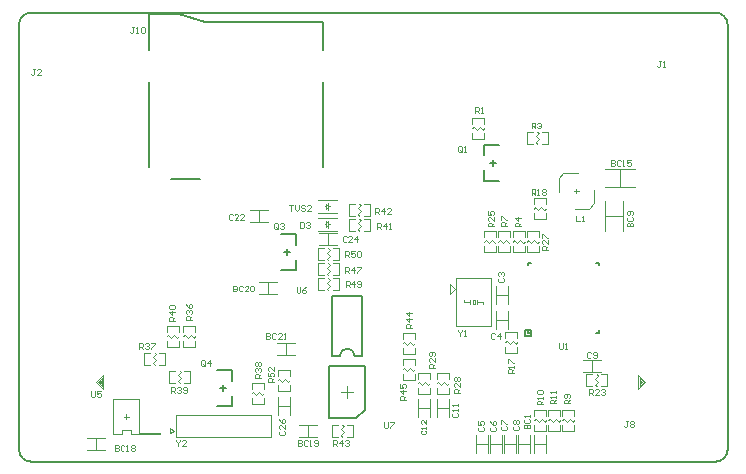
<source format=gto>
%FSLAX44Y44*%
%MOMM*%
G71*
G01*
G75*
%ADD10R,0.5000X0.6000*%
%ADD11R,1.0668X0.8128*%
%ADD12R,0.6000X0.5000*%
%ADD13R,0.8000X1.6000*%
%ADD14O,2.0320X0.6096*%
%ADD15R,2.0320X0.6096*%
%ADD16O,2.0000X0.3500*%
%ADD17R,1.5000X0.4000*%
G04:AMPARAMS|DCode=18|XSize=0.22mm|YSize=0.8mm|CornerRadius=0mm|HoleSize=0mm|Usage=FLASHONLY|Rotation=90.000|XOffset=0mm|YOffset=0mm|HoleType=Round|Shape=RoundedRectangle|*
%AMROUNDEDRECTD18*
21,1,0.2200,0.8000,0,0,90.0*
21,1,0.2200,0.8000,0,0,90.0*
1,1,0.0000,0.4000,0.1100*
1,1,0.0000,0.4000,-0.1100*
1,1,0.0000,-0.4000,-0.1100*
1,1,0.0000,-0.4000,0.1100*
%
%ADD18ROUNDEDRECTD18*%
G04:AMPARAMS|DCode=19|XSize=0.22mm|YSize=0.8mm|CornerRadius=0mm|HoleSize=0mm|Usage=FLASHONLY|Rotation=0.000|XOffset=0mm|YOffset=0mm|HoleType=Round|Shape=RoundedRectangle|*
%AMROUNDEDRECTD19*
21,1,0.2200,0.8000,0,0,0.0*
21,1,0.2200,0.8000,0,0,0.0*
1,1,0.0000,0.1100,-0.4000*
1,1,0.0000,-0.1100,-0.4000*
1,1,0.0000,-0.1100,0.4000*
1,1,0.0000,0.1100,0.4000*
%
%ADD19ROUNDEDRECTD19*%
%ADD20R,4.3000X4.3000*%
%ADD21R,1.4000X0.6000*%
%ADD22R,1.8000X0.2500*%
%ADD23R,1.2000X2.2000*%
%ADD24R,1.6000X1.4000*%
%ADD25R,1.1000X1.4000*%
%ADD26R,0.7000X1.6000*%
%ADD27R,0.6000X0.7000*%
%ADD28R,1.2000X1.4000*%
%ADD29P,1.8385X4X90.0*%
%ADD30R,0.8890X1.0160*%
%ADD31R,1.0160X0.8890*%
%ADD32C,0.4000*%
%ADD33C,0.2000*%
%ADD34C,0.3000*%
%ADD35C,0.2540*%
%ADD36C,0.1270*%
%ADD37C,0.5000*%
%ADD38C,0.6000*%
%ADD39C,0.5000*%
%ADD40C,0.3000*%
G04:AMPARAMS|DCode=41|XSize=4mm|YSize=4mm|CornerRadius=2mm|HoleSize=0mm|Usage=FLASHONLY|Rotation=0.000|XOffset=0mm|YOffset=0mm|HoleType=Round|Shape=RoundedRectangle|*
%AMROUNDEDRECTD41*
21,1,4.0000,0.0000,0,0,0.0*
21,1,0.0000,4.0000,0,0,0.0*
1,1,4.0000,0.0000,0.0000*
1,1,4.0000,0.0000,0.0000*
1,1,4.0000,0.0000,0.0000*
1,1,4.0000,0.0000,0.0000*
%
%ADD41ROUNDEDRECTD41*%
%ADD42R,1.5240X1.5240*%
%ADD43C,1.5240*%
%ADD44C,0.8000*%
%ADD45R,0.8128X1.0668*%
%ADD46P,1.8385X4X180.0*%
%ADD47R,1.3970X1.3970*%
%ADD48R,2.1000X0.8000*%
%ADD49R,3.0000X2.1000*%
%ADD50R,1.6000X1.2000*%
%ADD51R,1.2000X1.8000*%
%ADD52R,1.0000X1.6000*%
%ADD53R,0.7500X0.2000*%
%ADD54R,0.2000X0.7500*%
%ADD55C,0.8000*%
%ADD56R,0.4064X0.5500*%
%ADD57R,0.3048X0.5500*%
%ADD58R,0.8128X0.8128*%
%ADD59R,1.6000X2.2000*%
G04:AMPARAMS|DCode=60|XSize=2mm|YSize=2mm|CornerRadius=0mm|HoleSize=0mm|Usage=FLASHONLY|Rotation=180.000|XOffset=0mm|YOffset=0mm|HoleType=Round|Shape=RoundedRectangle|*
%AMROUNDEDRECTD60*
21,1,2.0000,2.0000,0,0,180.0*
21,1,2.0000,2.0000,0,0,180.0*
1,1,0.0000,-1.0000,1.0000*
1,1,0.0000,1.0000,1.0000*
1,1,0.0000,1.0000,-1.0000*
1,1,0.0000,-1.0000,-1.0000*
%
%ADD60ROUNDEDRECTD60*%
%ADD61R,0.8128X0.8128*%
%ADD62R,2.4130X2.1844*%
%ADD63R,1.1000X0.3000*%
%ADD64R,2.1500X6.3000*%
%ADD65R,1.2000X2.0000*%
%ADD66R,0.7000X0.6000*%
%ADD67R,0.8000X2.1000*%
%ADD68R,2.1000X3.0000*%
%ADD69R,1.1000X0.5000*%
%ADD70R,0.7600X1.5200*%
%ADD71C,0.1999*%
%ADD72C,0.1250*%
%ADD73C,0.2032*%
%ADD74C,0.1000*%
%ADD75C,0.1200*%
D33*
X-290000Y190000D02*
G03*
X-300000Y180000I0J-10000D01*
G01*
Y-180000D02*
G03*
X-290000Y-190000I10000J0D01*
G01*
X299941Y180000D02*
G03*
X289941Y190000I-10000J0D01*
G01*
Y-190000D02*
G03*
X299941Y-180000I0J10000D01*
G01*
X-37319Y-108750D02*
X-7319D01*
X-37319Y-153250D02*
Y-108750D01*
X-7319Y-146036D02*
Y-108750D01*
X-14533Y-153250D02*
X-7319Y-146036D01*
X-37319Y-153250D02*
X-14533D01*
X128428Y-83744D02*
X133178D01*
X128428D02*
Y-78994D01*
X130678Y-81495D02*
Y-78994D01*
Y-21495D02*
X133178D01*
X130678Y-23995D02*
Y-21495D01*
X188178D02*
X190678D01*
Y-23995D02*
Y-21495D01*
Y-81495D02*
Y-78994D01*
X188178Y-81495D02*
X190678D01*
X130678D02*
X133178D01*
Y-83744D02*
Y-78994D01*
X128428D02*
X133178D01*
X-290000Y190000D02*
X289941Y190000D01*
X300000Y-180000D02*
Y180000D01*
X-290000Y-190000D02*
X289941Y-190000D01*
X-300000Y-180000D02*
Y180000D01*
D36*
X-146883Y48951D02*
Y49471D01*
X-171353D02*
X-146883D01*
X-171353Y48951D02*
Y49471D01*
Y48951D02*
X-146883D01*
X-189629Y59448D02*
Y131448D01*
Y158448D02*
Y189188D01*
X-164629D01*
X-142629Y182188D01*
X-42629D01*
Y158448D02*
Y182188D01*
Y59448D02*
Y131448D01*
D71*
X-15790Y-100740D02*
G03*
X-28490Y-100740I-6350J0D01*
G01*
X-9440D02*
Y-49941D01*
X-34840D02*
X-9440D01*
X-34840Y-100740D02*
Y-49941D01*
Y-100740D02*
X-28490D01*
X-15790D02*
X-9440D01*
D72*
X-38000Y-22106D02*
X-36730Y-23377D01*
X-39270Y-25917D02*
X-36730Y-23377D01*
X-39270Y-25917D02*
X-36730Y-28456D01*
X-39270Y-30996D02*
X-36730Y-28456D01*
X-39270Y-30996D02*
X-38000Y-32266D01*
X-46890Y-22106D02*
X-41810D01*
X-46890Y-32266D02*
Y-22106D01*
Y-32266D02*
X-41810D01*
X-34190Y-22106D02*
X-29110D01*
Y-32266D02*
Y-22106D01*
X-34190Y-32266D02*
X-29110D01*
X144810Y22730D02*
X146080Y24000D01*
X142270Y25270D02*
X144810Y22730D01*
X139730D02*
X142270Y25270D01*
X137190D02*
X139730Y22730D01*
X135920Y24000D02*
X137190Y25270D01*
X146080Y27810D02*
Y32890D01*
X135920D02*
X146080D01*
X135920Y27810D02*
Y32890D01*
X146080Y15110D02*
Y20190D01*
X135920Y15110D02*
X146080D01*
X135920D02*
Y20190D01*
X102810Y-5270D02*
X104080Y-4000D01*
X100270Y-2730D02*
X102810Y-5270D01*
X97730D02*
X100270Y-2730D01*
X95190D02*
X97730Y-5270D01*
X93920Y-4000D02*
X95190Y-2730D01*
X104080Y-190D02*
Y4890D01*
X93920D02*
X104080D01*
X93920Y-190D02*
Y4890D01*
X104080Y-12890D02*
Y-7810D01*
X93920Y-12890D02*
X104080D01*
X93920D02*
Y-7810D01*
X187730Y-124810D02*
X189000Y-126080D01*
X187730Y-124810D02*
X190270Y-122270D01*
X187730Y-119730D02*
X190270Y-122270D01*
X187730Y-119730D02*
X190270Y-117190D01*
X189000Y-115920D02*
X190270Y-117190D01*
X192810Y-126080D02*
X197890D01*
Y-115920D01*
X192810D02*
X197890D01*
X180110Y-126080D02*
X185190D01*
X180110D02*
Y-115920D01*
X185190D01*
X47810Y-144770D02*
Y-137150D01*
X37650Y-144770D02*
X47810D01*
X37650D02*
Y-137150D01*
X47810Y-152390D02*
Y-144770D01*
X37650D02*
X47810D01*
X37650Y-152390D02*
Y-144770D01*
X24902Y-112015D02*
X26172Y-110745D01*
X28712Y-113285D01*
X31252Y-110745D01*
X33792Y-113285D01*
X35062Y-112015D01*
X24902Y-120905D02*
Y-115825D01*
Y-120905D02*
X35062D01*
Y-115825D01*
X24902Y-108205D02*
Y-103125D01*
X35062D01*
Y-108205D02*
Y-103125D01*
X-27711Y-167810D02*
X-26441Y-169080D01*
X-27711Y-167810D02*
X-25171Y-165270D01*
X-27711Y-162730D02*
X-25171Y-165270D01*
X-27711Y-162730D02*
X-25171Y-160190D01*
X-26441Y-158920D02*
X-25171Y-160190D01*
X-22631Y-169080D02*
X-17551D01*
Y-158920D01*
X-22631D02*
X-17551D01*
X-35331Y-169080D02*
X-30251D01*
X-35331D02*
Y-158920D01*
X-30251D01*
X-175080Y-84000D02*
X-173810Y-82730D01*
X-171270Y-85270D01*
X-168730Y-82730D01*
X-166190Y-85270D01*
X-164920Y-84000D01*
X-175080Y-92890D02*
Y-87810D01*
Y-92890D02*
X-164920D01*
Y-87810D01*
X-175080Y-80190D02*
Y-75110D01*
X-164920D01*
Y-80190D02*
Y-75110D01*
X-185000Y-97920D02*
X-183730Y-99190D01*
X-186270Y-101730D02*
X-183730Y-99190D01*
X-186270Y-101730D02*
X-183730Y-104270D01*
X-186270Y-106810D02*
X-183730Y-104270D01*
X-186270Y-106810D02*
X-185000Y-108080D01*
X-193890Y-97920D02*
X-188810D01*
X-193890Y-108080D02*
Y-97920D01*
Y-108080D02*
X-188810D01*
X-181190Y-97920D02*
X-176110D01*
Y-108080D02*
Y-97920D01*
X-181190Y-108080D02*
X-176110D01*
X-163911Y-113331D02*
X-162642Y-114601D01*
X-165182Y-117142D02*
X-162642Y-114601D01*
X-165182Y-117142D02*
X-162642Y-119682D01*
X-165182Y-122221D02*
X-162642Y-119682D01*
X-165182Y-122221D02*
X-163911Y-123491D01*
X-172801Y-113331D02*
X-167722D01*
X-172801Y-123491D02*
Y-113331D01*
Y-123491D02*
X-167722D01*
X-160102Y-113331D02*
X-155021D01*
Y-123491D02*
Y-113331D01*
X-160102Y-123491D02*
X-155021D01*
X-172000Y-166000D02*
X-169000Y-164000D01*
X-172000Y-166000D02*
Y-162000D01*
X-169000Y-164000D01*
X-167000Y-169000D02*
Y-151000D01*
Y-169000D02*
X-87000D01*
Y-151000D01*
X-167000D02*
X-87000D01*
X-81811Y-89311D02*
X-74191D01*
Y-99471D02*
Y-89311D01*
X-81811Y-99471D02*
X-74191D01*
Y-89311D02*
X-66571D01*
X-74191Y-99471D02*
Y-89311D01*
Y-99471D02*
X-66571D01*
X136190Y-182620D02*
Y-175000D01*
X146350D01*
Y-182620D02*
Y-175000D01*
X136190D02*
Y-167380D01*
Y-175000D02*
X146350D01*
Y-167380D01*
X-242620Y-169920D02*
X-235000D01*
Y-180080D02*
Y-169920D01*
X-242620Y-180080D02*
X-235000D01*
Y-169920D02*
X-227380D01*
X-235000Y-180080D02*
Y-169920D01*
Y-180080D02*
X-227380D01*
X-62620Y-158920D02*
X-55000D01*
Y-169080D02*
Y-158920D01*
X-62620Y-169080D02*
X-55000D01*
Y-158920D02*
X-47380D01*
X-55000Y-169080D02*
Y-158920D01*
Y-169080D02*
X-47380D01*
X-89000Y-48080D02*
X-81380D01*
X-89000D02*
Y-37920D01*
X-81380D01*
X-96620Y-48080D02*
X-89000D01*
Y-37920D01*
X-96620D02*
X-89000D01*
X-96500Y12920D02*
X-88880D01*
X-96500D02*
Y23080D01*
X-88880D01*
X-104120Y12920D02*
X-96500D01*
Y23080D01*
X-104120D02*
X-96500D01*
X-38000Y-7080D02*
X-30380D01*
X-38000D02*
Y3080D01*
X-30380D01*
X-45620Y-7080D02*
X-38000D01*
Y3080D01*
X-45620D02*
X-38000D01*
X-81080Y-150620D02*
Y-143000D01*
X-70920D01*
Y-150620D02*
Y-143000D01*
X-81080D02*
Y-135380D01*
Y-143000D02*
X-70920D01*
Y-135380D01*
X83920Y92000D02*
X85190Y93270D01*
X87730Y90730D01*
X90270Y93270D01*
X92810Y90730D01*
X94080Y92000D01*
X83920Y83110D02*
Y88190D01*
Y83110D02*
X94080D01*
Y88190D01*
X83920Y95810D02*
Y100890D01*
X94080D01*
Y95810D02*
Y100890D01*
X139000Y89080D02*
X140270Y87810D01*
X137730Y85270D02*
X140270Y87810D01*
X137730Y85270D02*
X140270Y82730D01*
X137730Y80190D02*
X140270Y82730D01*
X137730Y80190D02*
X139000Y78920D01*
X130110Y89080D02*
X135190D01*
X130110Y78920D02*
Y89080D01*
Y78920D02*
X135190D01*
X142810Y89080D02*
X147890D01*
Y78920D02*
Y89080D01*
X142810Y78920D02*
X147890D01*
X117920Y-12890D02*
Y-7810D01*
Y-12890D02*
X128080D01*
Y-7810D01*
X117920Y-190D02*
Y4890D01*
X128080D01*
Y-190D02*
Y4890D01*
X117920Y-4000D02*
X119190Y-2730D01*
X121730Y-5270D01*
X124270Y-2730D01*
X126810Y-5270D01*
X128080Y-4000D01*
X169080Y-156500D02*
X170350Y-155230D01*
X166540Y-153960D02*
X169080Y-156500D01*
X164000D02*
X166540Y-153960D01*
X161460D02*
X164000Y-156500D01*
X160190Y-155230D02*
X161460Y-153960D01*
X170350Y-151420D02*
Y-146340D01*
X160190D02*
X170350D01*
X160190Y-151420D02*
Y-146340D01*
X170350Y-164120D02*
Y-159040D01*
X160190Y-164120D02*
X170350D01*
X160190D02*
Y-159040D01*
X145080Y-156500D02*
X146350Y-155230D01*
X142540Y-153960D02*
X145080Y-156500D01*
X140000D02*
X142540Y-153960D01*
X137460D02*
X140000Y-156500D01*
X136190Y-155230D02*
X137460Y-153960D01*
X146350Y-151420D02*
Y-146340D01*
X136190D02*
X146350D01*
X136190Y-151420D02*
Y-146340D01*
X146350Y-164120D02*
Y-159040D01*
X136190Y-164120D02*
X146350D01*
X136190D02*
Y-159040D01*
X-39270Y-18500D02*
X-38000Y-19770D01*
X-39270Y-18500D02*
X-36730Y-15960D01*
X-39270Y-13420D02*
X-36730Y-15960D01*
X-39270Y-13420D02*
X-36730Y-10880D01*
X-38000Y-9610D02*
X-36730Y-10880D01*
X-34190Y-19770D02*
X-29110D01*
Y-9610D01*
X-34190D02*
X-29110D01*
X-46890Y-19770D02*
X-41810D01*
X-46890D02*
Y-9610D01*
X-41810D01*
X-70920Y-117190D02*
Y-112110D01*
X-81080D02*
X-70920D01*
X-81080Y-117190D02*
Y-112110D01*
X-70920Y-129890D02*
Y-124810D01*
X-81080Y-129890D02*
X-70920D01*
X-81080D02*
Y-124810D01*
X-72190Y-122270D02*
X-70920Y-121000D01*
X-74730Y-119730D02*
X-72190Y-122270D01*
X-77270D02*
X-74730Y-119730D01*
X-79810D02*
X-77270Y-122270D01*
X-81080Y-121000D02*
X-79810Y-119730D01*
X-40000Y23730D02*
Y28270D01*
Y23730D02*
X-37730Y26000D01*
X-40000Y28270D02*
X-37730Y26000D01*
X-47000Y20500D02*
X-31000D01*
X-47000Y31500D02*
X-31000D01*
X-38000Y23000D02*
Y29000D01*
Y25967D02*
X-37000D01*
X-41000Y26000D02*
X-40000D01*
X97080Y-175000D02*
Y-167380D01*
X86920Y-175000D02*
X97080D01*
X86920D02*
Y-167380D01*
X97080Y-182620D02*
Y-175000D01*
X86920D02*
X97080D01*
X86920Y-182620D02*
Y-175000D01*
X98920Y-182620D02*
Y-175000D01*
X109080D01*
Y-182620D02*
Y-175000D01*
X98920D02*
Y-167380D01*
Y-175000D02*
X109080D01*
Y-167380D01*
X121080Y-175000D02*
Y-167380D01*
X110920Y-175000D02*
X121080D01*
X110920D02*
Y-167380D01*
X121080Y-182620D02*
Y-175000D01*
X110920D02*
X121080D01*
X110920Y-182620D02*
Y-175000D01*
X122920Y-182620D02*
Y-175000D01*
X133080D01*
Y-182620D02*
Y-175000D01*
X122920D02*
Y-167380D01*
Y-175000D02*
X133080D01*
Y-167380D01*
X156810Y-156500D02*
X158080Y-155230D01*
X154270Y-153960D02*
X156810Y-156500D01*
X151730D02*
X154270Y-153960D01*
X149190D02*
X151730Y-156500D01*
X147920Y-155230D02*
X149190Y-153960D01*
X158080Y-151420D02*
Y-146340D01*
X147920D02*
X158080D01*
X147920Y-151420D02*
Y-146340D01*
X158080Y-164120D02*
Y-159040D01*
X147920Y-164120D02*
X158080D01*
X147920D02*
Y-159040D01*
X105920Y-12890D02*
Y-7810D01*
Y-12890D02*
X116080D01*
Y-7810D01*
X105920Y-190D02*
Y4890D01*
X116080D01*
Y-190D02*
Y4890D01*
X105920Y-4000D02*
X107190Y-2730D01*
X109730Y-5270D01*
X112270Y-2730D01*
X114810Y-5270D01*
X116080Y-4000D01*
X129920D02*
X131190Y-2730D01*
X133730Y-5270D01*
X136270Y-2730D01*
X138810Y-5270D01*
X140080Y-4000D01*
X129920Y-12890D02*
Y-7810D01*
Y-12890D02*
X140080D01*
Y-7810D01*
X129920Y-190D02*
Y4890D01*
X140080D01*
Y-190D02*
Y4890D01*
X209000Y42380D02*
Y57620D01*
X196300D02*
X221700D01*
X196300Y42380D02*
X221700D01*
X196190Y18270D02*
X211430D01*
X196190Y5570D02*
Y30970D01*
X211430Y5570D02*
Y30970D01*
X177880Y-103920D02*
X185500D01*
Y-114080D02*
Y-103920D01*
X177880Y-114080D02*
X185500D01*
Y-103920D02*
X193120D01*
X185500Y-114080D02*
Y-103920D01*
Y-114080D02*
X193120D01*
X111920Y-89000D02*
X113190Y-87730D01*
X115730Y-90270D01*
X118270Y-87730D01*
X120810Y-90270D01*
X122080Y-89000D01*
X111920Y-97890D02*
Y-92810D01*
Y-97890D02*
X122080D01*
Y-92810D01*
X111920Y-85190D02*
Y-80110D01*
X122080D01*
Y-85190D02*
Y-80110D01*
X114080Y-49000D02*
Y-41380D01*
X103920Y-49000D02*
X114080D01*
X103920D02*
Y-41380D01*
X114080Y-56620D02*
Y-49000D01*
X103920D02*
X114080D01*
X103920Y-56620D02*
Y-49000D01*
Y-77620D02*
Y-70000D01*
X114080D01*
Y-77620D02*
Y-70000D01*
X103920D02*
Y-62380D01*
Y-70000D02*
X114080D01*
Y-62380D01*
X37650Y-123770D02*
X38920Y-122500D01*
X41460Y-125040D01*
X44000Y-122500D01*
X46540Y-125040D01*
X47810Y-123770D01*
X37650Y-132660D02*
Y-127580D01*
Y-132660D02*
X47810D01*
Y-127580D01*
X37650Y-119960D02*
Y-114880D01*
X47810D01*
Y-119960D02*
Y-114880D01*
X53650Y-123770D02*
X54920Y-122500D01*
X57460Y-125040D01*
X60000Y-122500D01*
X62540Y-125040D01*
X63810Y-123770D01*
X53650Y-132660D02*
Y-127580D01*
Y-132660D02*
X63810D01*
Y-127580D01*
X53650Y-119960D02*
Y-114880D01*
X63810D01*
Y-119960D02*
Y-114880D01*
Y-144770D02*
Y-137150D01*
X53650Y-144770D02*
X63810D01*
X53650D02*
Y-137150D01*
X63810Y-152390D02*
Y-144770D01*
X53650D02*
X63810D01*
X53650Y-152390D02*
Y-144770D01*
X35080Y-86190D02*
Y-81110D01*
X24920D02*
X35080D01*
X24920Y-86190D02*
Y-81110D01*
X35080Y-98890D02*
Y-93810D01*
X24920Y-98890D02*
X35080D01*
X24920D02*
Y-93810D01*
X33810Y-91270D02*
X35080Y-90000D01*
X31270Y-88730D02*
X33810Y-91270D01*
X28730D02*
X31270Y-88730D01*
X26190D02*
X28730Y-91270D01*
X24920Y-90000D02*
X26190Y-88730D01*
X-103080Y-132000D02*
X-101810Y-130730D01*
X-99270Y-133270D01*
X-96730Y-130730D01*
X-94190Y-133270D01*
X-92920Y-132000D01*
X-103080Y-140890D02*
Y-135810D01*
Y-140890D02*
X-92920D01*
Y-135810D01*
X-103080Y-128190D02*
Y-123110D01*
X-92920D01*
Y-128190D02*
Y-123110D01*
X-152190Y-85270D02*
X-150920Y-84000D01*
X-154730Y-82730D02*
X-152190Y-85270D01*
X-157270D02*
X-154730Y-82730D01*
X-159810D02*
X-157270Y-85270D01*
X-161080Y-84000D02*
X-159810Y-82730D01*
X-150920Y-80190D02*
Y-75110D01*
X-161080D02*
X-150920D01*
X-161080Y-80190D02*
Y-75110D01*
X-150920Y-92890D02*
Y-87810D01*
X-161080Y-92890D02*
X-150920D01*
X-161080D02*
Y-87810D01*
X-34190Y-45080D02*
X-29110D01*
Y-34920D01*
X-34190D02*
X-29110D01*
X-46890Y-45080D02*
X-41810D01*
X-46890D02*
Y-34920D01*
X-41810D01*
X-39270Y-43810D02*
X-38000Y-45080D01*
X-39270Y-43810D02*
X-36730Y-41270D01*
X-39270Y-38730D02*
X-36730Y-41270D01*
X-39270Y-38730D02*
X-36730Y-36190D01*
X-38000Y-34920D02*
X-36730Y-36190D01*
X-20713Y15590D02*
X-15633D01*
X-20713Y5430D02*
Y15590D01*
Y5430D02*
X-15633D01*
X-8013Y15590D02*
X-2933D01*
Y5430D02*
Y15590D01*
X-8013Y5430D02*
X-2933D01*
X-11823Y15590D02*
X-10553Y14320D01*
X-13093Y11780D02*
X-10553Y14320D01*
X-13093Y11780D02*
X-10553Y9240D01*
X-13093Y6700D02*
X-10553Y9240D01*
X-13093Y6700D02*
X-11823Y5430D01*
X-13093Y19200D02*
X-11823Y17930D01*
X-13093Y19200D02*
X-10553Y21740D01*
X-13093Y24280D02*
X-10553Y21740D01*
X-13093Y24280D02*
X-10553Y26820D01*
X-11823Y28090D02*
X-10553Y26820D01*
X-8013Y17930D02*
X-2933D01*
Y28090D01*
X-8013D02*
X-2933D01*
X-20713Y17930D02*
X-15633D01*
X-20713D02*
Y28090D01*
X-15633D01*
X-41000Y11000D02*
X-40000D01*
X-38000Y10967D02*
X-37000D01*
X-38000Y8000D02*
Y14000D01*
X-47000Y16500D02*
X-31000D01*
X-47000Y5500D02*
X-31000D01*
X-40000Y13270D02*
X-37730Y11000D01*
X-40000Y8730D02*
X-37730Y11000D01*
X-40000Y8730D02*
Y13270D01*
D73*
X-73076Y-15451D02*
Y-10447D01*
X-65456Y-6599D02*
Y2291D01*
Y-28189D02*
Y-19299D01*
X-75578Y-12949D02*
X-70574D01*
X-78156Y2291D02*
X-65456D01*
X-78156Y-28189D02*
X-65456D01*
X-127076Y-130451D02*
Y-125447D01*
X-119456Y-121599D02*
Y-112709D01*
Y-143189D02*
Y-134299D01*
X-129578Y-127949D02*
X-124574D01*
X-132156Y-112709D02*
X-119456D01*
X-132156Y-143189D02*
X-119456D01*
X93376Y78189D02*
X106076D01*
X93376Y47709D02*
X106076D01*
X98494Y62949D02*
X103498D01*
X93376Y69299D02*
Y78189D01*
Y47709D02*
Y56599D01*
X100996Y60447D02*
Y65451D01*
D74*
X-22318Y-136000D02*
Y-126000D01*
X-27319Y-131000D02*
X-17319D01*
X8784Y-156218D02*
Y-160383D01*
X9617Y-161216D01*
X11283D01*
X12116Y-160383D01*
Y-156218D01*
X13782D02*
X17114D01*
Y-157051D01*
X13782Y-160383D01*
Y-161216D01*
X-65000Y-42002D02*
Y-46167D01*
X-64167Y-47000D01*
X-62501D01*
X-61668Y-46167D01*
Y-42002D01*
X-56669D02*
X-58335Y-42835D01*
X-60002Y-44501D01*
Y-46167D01*
X-59169Y-47000D01*
X-57502D01*
X-56669Y-46167D01*
Y-45334D01*
X-57502Y-44501D01*
X-60002D01*
X-239000Y-130002D02*
Y-134167D01*
X-238167Y-135000D01*
X-236501D01*
X-235668Y-134167D01*
Y-130002D01*
X-230669D02*
X-234002D01*
Y-132501D01*
X-232335Y-131668D01*
X-231502D01*
X-230669Y-132501D01*
Y-134167D01*
X-231502Y-135000D01*
X-233169D01*
X-234002Y-134167D01*
X-23641Y-30023D02*
Y-25025D01*
X-21142D01*
X-20309Y-25858D01*
Y-27524D01*
X-21142Y-28357D01*
X-23641D01*
X-21975D02*
X-20309Y-30023D01*
X-16144D02*
Y-25025D01*
X-18643Y-27524D01*
X-15311D01*
X-13645Y-25025D02*
X-10312D01*
Y-25858D01*
X-13645Y-29190D01*
Y-30023D01*
X28000Y-138000D02*
X23002D01*
Y-135501D01*
X23835Y-134668D01*
X25501D01*
X26334Y-135501D01*
Y-138000D01*
Y-136334D02*
X28000Y-134668D01*
Y-130503D02*
X23002D01*
X25501Y-133002D01*
Y-129669D01*
X23002Y-124671D02*
Y-128003D01*
X25501D01*
X24668Y-126337D01*
Y-125504D01*
X25501Y-124671D01*
X27167D01*
X28000Y-125504D01*
Y-127170D01*
X27167Y-128003D01*
X-34000Y-177000D02*
Y-172002D01*
X-31501D01*
X-30668Y-172835D01*
Y-174501D01*
X-31501Y-175334D01*
X-34000D01*
X-32334D02*
X-30668Y-177000D01*
X-26502D02*
Y-172002D01*
X-29002Y-174501D01*
X-25669D01*
X-24003Y-172835D02*
X-23170Y-172002D01*
X-21504D01*
X-20671Y-172835D01*
Y-173668D01*
X-21504Y-174501D01*
X-22337D01*
X-21504D01*
X-20671Y-175334D01*
Y-176167D01*
X-21504Y-177000D01*
X-23170D01*
X-24003Y-176167D01*
X-167920Y-71060D02*
X-172918D01*
Y-68561D01*
X-172085Y-67728D01*
X-170419D01*
X-169586Y-68561D01*
Y-71060D01*
Y-69394D02*
X-167920Y-67728D01*
Y-63562D02*
X-172918D01*
X-170419Y-66062D01*
Y-62729D01*
X-172085Y-61063D02*
X-172918Y-60230D01*
Y-58564D01*
X-172085Y-57731D01*
X-168753D01*
X-167920Y-58564D01*
Y-60230D01*
X-168753Y-61063D01*
X-172085D01*
X-171000Y-132000D02*
Y-127002D01*
X-168501D01*
X-167668Y-127835D01*
Y-129501D01*
X-168501Y-130334D01*
X-171000D01*
X-169334D02*
X-167668Y-132000D01*
X-166002Y-127835D02*
X-165169Y-127002D01*
X-163502D01*
X-162669Y-127835D01*
Y-128668D01*
X-163502Y-129501D01*
X-164335D01*
X-163502D01*
X-162669Y-130334D01*
Y-131167D01*
X-163502Y-132000D01*
X-165169D01*
X-166002Y-131167D01*
X-161003D02*
X-160170Y-132000D01*
X-158504D01*
X-157671Y-131167D01*
Y-127835D01*
X-158504Y-127002D01*
X-160170D01*
X-161003Y-127835D01*
Y-128668D01*
X-160170Y-129501D01*
X-157671D01*
X-198000Y-95000D02*
Y-90002D01*
X-195501D01*
X-194668Y-90835D01*
Y-92501D01*
X-195501Y-93334D01*
X-198000D01*
X-196334D02*
X-194668Y-95000D01*
X-193002Y-90835D02*
X-192169Y-90002D01*
X-190502D01*
X-189669Y-90835D01*
Y-91668D01*
X-190502Y-92501D01*
X-191336D01*
X-190502D01*
X-189669Y-93334D01*
Y-94167D01*
X-190502Y-95000D01*
X-192169D01*
X-193002Y-94167D01*
X-188003Y-90002D02*
X-184671D01*
Y-90835D01*
X-188003Y-94167D01*
Y-95000D01*
X102000Y9000D02*
X97002D01*
Y11499D01*
X97835Y12332D01*
X99501D01*
X100334Y11499D01*
Y9000D01*
Y10666D02*
X102000Y12332D01*
Y17331D02*
Y13998D01*
X98668Y17331D01*
X97835D01*
X97002Y16498D01*
Y14831D01*
X97835Y13998D01*
X97002Y22329D02*
Y18997D01*
X99501D01*
X98668Y20663D01*
Y21496D01*
X99501Y22329D01*
X101167D01*
X102000Y21496D01*
Y19830D01*
X101167Y18997D01*
X183000Y-134000D02*
Y-129002D01*
X185499D01*
X186332Y-129835D01*
Y-131501D01*
X185499Y-132334D01*
X183000D01*
X184666D02*
X186332Y-134000D01*
X191331D02*
X187998D01*
X191331Y-130668D01*
Y-129835D01*
X190497Y-129002D01*
X188831D01*
X187998Y-129835D01*
X192997D02*
X193830Y-129002D01*
X195496D01*
X196329Y-129835D01*
Y-130668D01*
X195496Y-131501D01*
X194663D01*
X195496D01*
X196329Y-132334D01*
Y-133167D01*
X195496Y-134000D01*
X193830D01*
X192997Y-133167D01*
X134000Y36000D02*
Y40998D01*
X136499D01*
X137332Y40165D01*
Y38499D01*
X136499Y37666D01*
X134000D01*
X135666D02*
X137332Y36000D01*
X138998D02*
X140665D01*
X139831D01*
Y40998D01*
X138998Y40165D01*
X143164D02*
X143997Y40998D01*
X145663D01*
X146496Y40165D01*
Y39332D01*
X145663Y38499D01*
X146496Y37666D01*
Y36833D01*
X145663Y36000D01*
X143997D01*
X143164Y36833D01*
Y37666D01*
X143997Y38499D01*
X143164Y39332D01*
Y40165D01*
X143997Y38499D02*
X145663D01*
X-142668Y-108167D02*
Y-104835D01*
X-143501Y-104002D01*
X-145167D01*
X-146000Y-104835D01*
Y-108167D01*
X-145167Y-109000D01*
X-143501D01*
X-144334Y-107334D02*
X-142668Y-109000D01*
X-143501D02*
X-142668Y-108167D01*
X-138502Y-109000D02*
Y-104002D01*
X-141002Y-106501D01*
X-137669D01*
X-80668Y7833D02*
Y11165D01*
X-81501Y11998D01*
X-83167D01*
X-84000Y11165D01*
Y7833D01*
X-83167Y7000D01*
X-81501D01*
X-82334Y8666D02*
X-80668Y7000D01*
X-81501D02*
X-80668Y7833D01*
X-79002Y11165D02*
X-78169Y11998D01*
X-76502D01*
X-75669Y11165D01*
Y10332D01*
X-76502Y9499D01*
X-77336D01*
X-76502D01*
X-75669Y8666D01*
Y7833D01*
X-76502Y7000D01*
X-78169D01*
X-79002Y7833D01*
X215332Y-156002D02*
X213666D01*
X214499D01*
Y-160167D01*
X213666Y-161000D01*
X212833D01*
X212000Y-160167D01*
X216998Y-156835D02*
X217831Y-156002D01*
X219498D01*
X220331Y-156835D01*
Y-157668D01*
X219498Y-158501D01*
X220331Y-159334D01*
Y-160167D01*
X219498Y-161000D01*
X217831D01*
X216998Y-160167D01*
Y-159334D01*
X217831Y-158501D01*
X216998Y-157668D01*
Y-156835D01*
X217831Y-158501D02*
X219498D01*
X40835Y-163729D02*
X40002Y-164562D01*
Y-166228D01*
X40835Y-167061D01*
X44167D01*
X45000Y-166228D01*
Y-164562D01*
X44167Y-163729D01*
X45000Y-162063D02*
Y-160397D01*
Y-161230D01*
X40002D01*
X40835Y-162063D01*
X45000Y-154565D02*
Y-157898D01*
X41668Y-154565D01*
X40835D01*
X40002Y-155398D01*
Y-157065D01*
X40835Y-157898D01*
X-167000Y-172002D02*
Y-172835D01*
X-165334Y-174501D01*
X-163668Y-172835D01*
Y-172002D01*
X-165334Y-174501D02*
Y-177000D01*
X-158669D02*
X-162002D01*
X-158669Y-173668D01*
Y-172835D01*
X-159502Y-172002D01*
X-161169D01*
X-162002Y-172835D01*
X157000Y-89496D02*
Y-93661D01*
X157833Y-94494D01*
X159499D01*
X160332Y-93661D01*
Y-89496D01*
X161998Y-94494D02*
X163664D01*
X162831D01*
Y-89496D01*
X161998Y-90329D01*
X119000Y-115402D02*
X114002D01*
Y-112903D01*
X114835Y-112070D01*
X116501D01*
X117334Y-112903D01*
Y-115402D01*
Y-113736D02*
X119000Y-112070D01*
Y-110404D02*
Y-108737D01*
Y-109571D01*
X114002D01*
X114835Y-110404D01*
X114002Y-106238D02*
Y-102906D01*
X114835D01*
X118167Y-106238D01*
X119000D01*
X67835Y-148668D02*
X67002Y-149501D01*
Y-151167D01*
X67835Y-152000D01*
X71167D01*
X72000Y-151167D01*
Y-149501D01*
X71167Y-148668D01*
X72000Y-147002D02*
Y-145336D01*
Y-146169D01*
X67002D01*
X67835Y-147002D01*
X72000Y-142836D02*
Y-141170D01*
Y-142003D01*
X67002D01*
X67835Y-142836D01*
X89835Y-160668D02*
X89002Y-161501D01*
Y-163167D01*
X89835Y-164000D01*
X93167D01*
X94000Y-163167D01*
Y-161501D01*
X93167Y-160668D01*
X89002Y-155669D02*
Y-159002D01*
X91501D01*
X90668Y-157336D01*
Y-156503D01*
X91501Y-155669D01*
X93167D01*
X94000Y-156503D01*
Y-158169D01*
X93167Y-159002D01*
X-91000Y-81002D02*
Y-86000D01*
X-88501D01*
X-87668Y-85167D01*
Y-84334D01*
X-88501Y-83501D01*
X-91000D01*
X-88501D01*
X-87668Y-82668D01*
Y-81835D01*
X-88501Y-81002D01*
X-91000D01*
X-82669Y-81835D02*
X-83502Y-81002D01*
X-85169D01*
X-86002Y-81835D01*
Y-85167D01*
X-85169Y-86000D01*
X-83502D01*
X-82669Y-85167D01*
X-77671Y-86000D02*
X-81003D01*
X-77671Y-82668D01*
Y-81835D01*
X-78504Y-81002D01*
X-80170D01*
X-81003Y-81835D01*
X-76005Y-86000D02*
X-74339D01*
X-75172D01*
Y-81002D01*
X-76005Y-81835D01*
X171999Y18270D02*
Y13272D01*
X175332D01*
X176998D02*
X178664D01*
X177831D01*
Y18270D01*
X176998Y17437D01*
X-95000Y-119000D02*
X-99998D01*
Y-116501D01*
X-99165Y-115668D01*
X-97499D01*
X-96666Y-116501D01*
Y-119000D01*
Y-117334D02*
X-95000Y-115668D01*
X-99165Y-114002D02*
X-99998Y-113169D01*
Y-111502D01*
X-99165Y-110669D01*
X-98332D01*
X-97499Y-111502D01*
Y-112336D01*
Y-111502D01*
X-96666Y-110669D01*
X-95833D01*
X-95000Y-111502D01*
Y-113169D01*
X-95833Y-114002D01*
X-99165Y-109003D02*
X-99998Y-108170D01*
Y-106504D01*
X-99165Y-105671D01*
X-98332D01*
X-97499Y-106504D01*
X-96666Y-105671D01*
X-95833D01*
X-95000Y-106504D01*
Y-108170D01*
X-95833Y-109003D01*
X-96666D01*
X-97499Y-108170D01*
X-98332Y-109003D01*
X-99165D01*
X-97499Y-108170D02*
Y-106504D01*
X-153477Y-70123D02*
X-158475D01*
Y-67624D01*
X-157642Y-66791D01*
X-155976D01*
X-155143Y-67624D01*
Y-70123D01*
Y-68457D02*
X-153477Y-66791D01*
X-157642Y-65125D02*
X-158475Y-64292D01*
Y-62626D01*
X-157642Y-61793D01*
X-156809D01*
X-155976Y-62626D01*
Y-63459D01*
Y-62626D01*
X-155143Y-61793D01*
X-154310D01*
X-153477Y-62626D01*
Y-64292D01*
X-154310Y-65125D01*
X-158475Y-56794D02*
X-157642Y-58460D01*
X-155976Y-60127D01*
X-154310D01*
X-153477Y-59294D01*
Y-57627D01*
X-154310Y-56794D01*
X-155143D01*
X-155976Y-57627D01*
Y-60127D01*
X52000Y-111000D02*
X47002D01*
Y-108501D01*
X47835Y-107668D01*
X49501D01*
X50334Y-108501D01*
Y-111000D01*
Y-109334D02*
X52000Y-107668D01*
Y-102669D02*
Y-106002D01*
X48668Y-102669D01*
X47835D01*
X47002Y-103503D01*
Y-105169D01*
X47835Y-106002D01*
X51167Y-101003D02*
X52000Y-100170D01*
Y-98504D01*
X51167Y-97671D01*
X47835D01*
X47002Y-98504D01*
Y-100170D01*
X47835Y-101003D01*
X48668D01*
X49501Y-100170D01*
Y-97671D01*
X127479Y-161983D02*
X132477D01*
Y-159484D01*
X131644Y-158651D01*
X130811D01*
X129978Y-159484D01*
Y-161983D01*
Y-159484D01*
X129145Y-158651D01*
X128312D01*
X127479Y-159484D01*
Y-161983D01*
X128312Y-153653D02*
X127479Y-154486D01*
Y-156152D01*
X128312Y-156985D01*
X131644D01*
X132477Y-156152D01*
Y-154486D01*
X131644Y-153653D01*
X132477Y-151987D02*
Y-150321D01*
Y-151153D01*
X127479D01*
X128312Y-151987D01*
X215002Y9000D02*
X220000D01*
Y11499D01*
X219167Y12332D01*
X218334D01*
X217501Y11499D01*
Y9000D01*
Y11499D01*
X216668Y12332D01*
X215835D01*
X215002Y11499D01*
Y9000D01*
X215835Y17331D02*
X215002Y16498D01*
Y14831D01*
X215835Y13998D01*
X219167D01*
X220000Y14831D01*
Y16498D01*
X219167Y17331D01*
Y18997D02*
X220000Y19830D01*
Y21496D01*
X219167Y22329D01*
X215835D01*
X215002Y21496D01*
Y19830D01*
X215835Y18997D01*
X216668D01*
X217501Y19830D01*
Y22329D01*
X201000Y64998D02*
Y60000D01*
X203499D01*
X204332Y60833D01*
Y61666D01*
X203499Y62499D01*
X201000D01*
X203499D01*
X204332Y63332D01*
Y64165D01*
X203499Y64998D01*
X201000D01*
X209331Y64165D02*
X208498Y64998D01*
X206831D01*
X205998Y64165D01*
Y60833D01*
X206831Y60000D01*
X208498D01*
X209331Y60833D01*
X210997Y60000D02*
X212663D01*
X211830D01*
Y64998D01*
X210997Y64165D01*
X218494Y64998D02*
X215162D01*
Y62499D01*
X216828Y63332D01*
X217661D01*
X218494Y62499D01*
Y60833D01*
X217661Y60000D01*
X215995D01*
X215162Y60833D01*
X-219000Y-176002D02*
Y-181000D01*
X-216501D01*
X-215668Y-180167D01*
Y-179334D01*
X-216501Y-178501D01*
X-219000D01*
X-216501D01*
X-215668Y-177668D01*
Y-176835D01*
X-216501Y-176002D01*
X-219000D01*
X-210669Y-176835D02*
X-211502Y-176002D01*
X-213169D01*
X-214002Y-176835D01*
Y-180167D01*
X-213169Y-181000D01*
X-211502D01*
X-210669Y-180167D01*
X-209003Y-181000D02*
X-207337D01*
X-208170D01*
Y-176002D01*
X-209003Y-176835D01*
X-204838D02*
X-204005Y-176002D01*
X-202339D01*
X-201506Y-176835D01*
Y-177668D01*
X-202339Y-178501D01*
X-201506Y-179334D01*
Y-180167D01*
X-202339Y-181000D01*
X-204005D01*
X-204838Y-180167D01*
Y-179334D01*
X-204005Y-178501D01*
X-204838Y-177668D01*
Y-176835D01*
X-204005Y-178501D02*
X-202339D01*
X-64000Y-172002D02*
Y-177000D01*
X-61501D01*
X-60668Y-176167D01*
Y-175334D01*
X-61501Y-174501D01*
X-64000D01*
X-61501D01*
X-60668Y-173668D01*
Y-172835D01*
X-61501Y-172002D01*
X-64000D01*
X-55669Y-172835D02*
X-56502Y-172002D01*
X-58169D01*
X-59002Y-172835D01*
Y-176167D01*
X-58169Y-177000D01*
X-56502D01*
X-55669Y-176167D01*
X-54003Y-177000D02*
X-52337D01*
X-53170D01*
Y-172002D01*
X-54003Y-172835D01*
X-49838Y-176167D02*
X-49005Y-177000D01*
X-47339D01*
X-46506Y-176167D01*
Y-172835D01*
X-47339Y-172002D01*
X-49005D01*
X-49838Y-172835D01*
Y-173668D01*
X-49005Y-174501D01*
X-46506D01*
X-119000Y-41002D02*
Y-46000D01*
X-116501D01*
X-115668Y-45167D01*
Y-44334D01*
X-116501Y-43501D01*
X-119000D01*
X-116501D01*
X-115668Y-42668D01*
Y-41835D01*
X-116501Y-41002D01*
X-119000D01*
X-110669Y-41835D02*
X-111502Y-41002D01*
X-113169D01*
X-114002Y-41835D01*
Y-45167D01*
X-113169Y-46000D01*
X-111502D01*
X-110669Y-45167D01*
X-105671Y-46000D02*
X-109003D01*
X-105671Y-42668D01*
Y-41835D01*
X-106504Y-41002D01*
X-108170D01*
X-109003Y-41835D01*
X-104005D02*
X-103172Y-41002D01*
X-101506D01*
X-100673Y-41835D01*
Y-45167D01*
X-101506Y-46000D01*
X-103172D01*
X-104005Y-45167D01*
Y-41835D01*
X106835Y-34668D02*
X106002Y-35501D01*
Y-37167D01*
X106835Y-38000D01*
X110167D01*
X111000Y-37167D01*
Y-35501D01*
X110167Y-34668D01*
X106835Y-33002D02*
X106002Y-32169D01*
Y-30503D01*
X106835Y-29669D01*
X107668D01*
X108501Y-30503D01*
Y-31335D01*
Y-30503D01*
X109334Y-29669D01*
X110167D01*
X111000Y-30503D01*
Y-32169D01*
X110167Y-33002D01*
X103332Y-81835D02*
X102499Y-81002D01*
X100833D01*
X100000Y-81835D01*
Y-85167D01*
X100833Y-86000D01*
X102499D01*
X103332Y-85167D01*
X107498Y-86000D02*
Y-81002D01*
X104998Y-83501D01*
X108331D01*
X99835Y-160668D02*
X99002Y-161501D01*
Y-163167D01*
X99835Y-164000D01*
X103167D01*
X104000Y-163167D01*
Y-161501D01*
X103167Y-160668D01*
X99002Y-155669D02*
X99835Y-157336D01*
X101501Y-159002D01*
X103167D01*
X104000Y-158169D01*
Y-156503D01*
X103167Y-155669D01*
X102334D01*
X101501Y-156503D01*
Y-159002D01*
X109210Y-159668D02*
X108377Y-160501D01*
Y-162167D01*
X109210Y-163000D01*
X112542D01*
X113376Y-162167D01*
Y-160501D01*
X112542Y-159668D01*
X108377Y-158002D02*
Y-154669D01*
X109210D01*
X112542Y-158002D01*
X113376D01*
X118835Y-159668D02*
X118002Y-160501D01*
Y-162167D01*
X118835Y-163000D01*
X122167D01*
X123000Y-162167D01*
Y-160501D01*
X122167Y-159668D01*
X118835Y-158002D02*
X118002Y-157169D01*
Y-155503D01*
X118835Y-154669D01*
X119668D01*
X120501Y-155503D01*
X121334Y-154669D01*
X122167D01*
X123000Y-155503D01*
Y-157169D01*
X122167Y-158002D01*
X121334D01*
X120501Y-157169D01*
X119668Y-158002D01*
X118835D01*
X120501Y-157169D02*
Y-155503D01*
X184442Y-97915D02*
X183609Y-97082D01*
X181943D01*
X181110Y-97915D01*
Y-101247D01*
X181943Y-102080D01*
X183609D01*
X184442Y-101247D01*
X186108D02*
X186941Y-102080D01*
X188608D01*
X189441Y-101247D01*
Y-97915D01*
X188608Y-97082D01*
X186941D01*
X186108Y-97915D01*
Y-98748D01*
X186941Y-99581D01*
X189441D01*
X-119169Y18415D02*
X-120002Y19248D01*
X-121668D01*
X-122501Y18415D01*
Y15083D01*
X-121668Y14250D01*
X-120002D01*
X-119169Y15083D01*
X-114170Y14250D02*
X-117503D01*
X-114170Y17582D01*
Y18415D01*
X-115003Y19248D01*
X-116670D01*
X-117503Y18415D01*
X-109172Y14250D02*
X-112504D01*
X-109172Y17582D01*
Y18415D01*
X-110005Y19248D01*
X-111671D01*
X-112504Y18415D01*
X-22668Y165D02*
X-23501Y998D01*
X-25167D01*
X-26000Y165D01*
Y-3167D01*
X-25167Y-4000D01*
X-23501D01*
X-22668Y-3167D01*
X-17669Y-4000D02*
X-21002D01*
X-17669Y-668D01*
Y165D01*
X-18503Y998D01*
X-20169D01*
X-21002Y165D01*
X-13504Y-4000D02*
Y998D01*
X-16003Y-1501D01*
X-12671D01*
X-79165Y-164168D02*
X-79998Y-165001D01*
Y-166667D01*
X-79165Y-167500D01*
X-75833D01*
X-75000Y-166667D01*
Y-165001D01*
X-75833Y-164168D01*
X-75000Y-159169D02*
Y-162502D01*
X-78332Y-159169D01*
X-79165D01*
X-79998Y-160002D01*
Y-161668D01*
X-79165Y-162502D01*
X-79998Y-154171D02*
X-79165Y-155837D01*
X-77499Y-157503D01*
X-75833D01*
X-75000Y-156670D01*
Y-155004D01*
X-75833Y-154171D01*
X-76666D01*
X-77499Y-155004D01*
Y-157503D01*
X-62000Y12998D02*
Y8000D01*
X-59501D01*
X-58668Y8833D01*
Y12165D01*
X-59501Y12998D01*
X-62000D01*
X-57002Y12165D02*
X-56169Y12998D01*
X-54503D01*
X-53669Y12165D01*
Y11332D01*
X-54503Y10499D01*
X-55335D01*
X-54503D01*
X-53669Y9666D01*
Y8833D01*
X-54503Y8000D01*
X-56169D01*
X-57002Y8833D01*
X243332Y148998D02*
X241666D01*
X242499D01*
Y144833D01*
X241666Y144000D01*
X240833D01*
X240000Y144833D01*
X244998Y144000D02*
X246665D01*
X245831D01*
Y148998D01*
X244998Y148165D01*
X-286668Y141998D02*
X-288334D01*
X-287501D01*
Y137833D01*
X-288334Y137000D01*
X-289167D01*
X-290000Y137833D01*
X-281669Y137000D02*
X-285002D01*
X-281669Y140332D01*
Y141165D01*
X-282502Y141998D01*
X-284169D01*
X-285002Y141165D01*
X-202668Y177998D02*
X-204334D01*
X-203501D01*
Y173833D01*
X-204334Y173000D01*
X-205167D01*
X-206000Y173833D01*
X-201002Y173000D02*
X-199335D01*
X-200169D01*
Y177998D01*
X-201002Y177165D01*
X-196836D02*
X-196003Y177998D01*
X-194337D01*
X-193504Y177165D01*
Y173833D01*
X-194337Y173000D01*
X-196003D01*
X-196836Y173833D01*
Y177165D01*
X75332Y72833D02*
Y76165D01*
X74499Y76998D01*
X72833D01*
X72000Y76165D01*
Y72833D01*
X72833Y72000D01*
X74499D01*
X73666Y73666D02*
X75332Y72000D01*
X74499D02*
X75332Y72833D01*
X76998Y72000D02*
X78664D01*
X77831D01*
Y76998D01*
X76998Y76165D01*
X86000Y105000D02*
Y109998D01*
X88499D01*
X89332Y109165D01*
Y107499D01*
X88499Y106666D01*
X86000D01*
X87666D02*
X89332Y105000D01*
X90998D02*
X92664D01*
X91831D01*
Y109998D01*
X90998Y109165D01*
X134000Y92000D02*
Y96998D01*
X136499D01*
X137332Y96165D01*
Y94499D01*
X136499Y93666D01*
X134000D01*
X135666D02*
X137332Y92000D01*
X138998Y96165D02*
X139831Y96998D01*
X141498D01*
X142331Y96165D01*
Y95332D01*
X141498Y94499D01*
X140665D01*
X141498D01*
X142331Y93666D01*
Y92833D01*
X141498Y92000D01*
X139831D01*
X138998Y92833D01*
X125000Y9000D02*
X120002D01*
Y11499D01*
X120835Y12332D01*
X122501D01*
X123334Y11499D01*
Y9000D01*
Y10666D02*
X125000Y12332D01*
Y16498D02*
X120002D01*
X122501Y13998D01*
Y17331D01*
X113523Y9523D02*
X108525D01*
Y12023D01*
X109358Y12856D01*
X111024D01*
X111857Y12023D01*
Y9523D01*
Y11190D02*
X113523Y12856D01*
X108525Y14522D02*
Y17854D01*
X109358D01*
X112690Y14522D01*
X113523D01*
X166366Y-140828D02*
X161367D01*
Y-138328D01*
X162200Y-137495D01*
X163866D01*
X164699Y-138328D01*
Y-140828D01*
Y-139162D02*
X166366Y-137495D01*
X165533Y-135829D02*
X166366Y-134996D01*
Y-133330D01*
X165533Y-132497D01*
X162200D01*
X161367Y-133330D01*
Y-134996D01*
X162200Y-135829D01*
X163033D01*
X163866Y-134996D01*
Y-132497D01*
X143793Y-141707D02*
X138795D01*
Y-139207D01*
X139628Y-138374D01*
X141294D01*
X142127Y-139207D01*
Y-141707D01*
Y-140041D02*
X143793Y-138374D01*
Y-136708D02*
Y-135042D01*
Y-135875D01*
X138795D01*
X139628Y-136708D01*
Y-132543D02*
X138795Y-131710D01*
Y-130044D01*
X139628Y-129211D01*
X142960D01*
X143793Y-130044D01*
Y-131710D01*
X142960Y-132543D01*
X139628D01*
X154366Y-140828D02*
X149368D01*
Y-138328D01*
X150201Y-137495D01*
X151867D01*
X152700Y-138328D01*
Y-140828D01*
Y-139162D02*
X154366Y-137495D01*
Y-135829D02*
Y-134163D01*
Y-134996D01*
X149368D01*
X150201Y-135829D01*
X154366Y-131664D02*
Y-129998D01*
Y-130831D01*
X149368D01*
X150201Y-131664D01*
X148000Y-10678D02*
X143002D01*
Y-8179D01*
X143835Y-7346D01*
X145501D01*
X146334Y-8179D01*
Y-10678D01*
Y-9012D02*
X148000Y-7346D01*
Y-2347D02*
Y-5680D01*
X144668Y-2347D01*
X143835D01*
X143002Y-3180D01*
Y-4846D01*
X143835Y-5680D01*
X143002Y-681D02*
Y2651D01*
X143835D01*
X147167Y-681D01*
X148000D01*
X73000Y-132000D02*
X68002D01*
Y-129501D01*
X68835Y-128668D01*
X70501D01*
X71334Y-129501D01*
Y-132000D01*
Y-130334D02*
X73000Y-128668D01*
Y-123669D02*
Y-127002D01*
X69668Y-123669D01*
X68835D01*
X68002Y-124502D01*
Y-126169D01*
X68835Y-127002D01*
Y-122003D02*
X68002Y-121170D01*
Y-119504D01*
X68835Y-118671D01*
X69668D01*
X70501Y-119504D01*
X71334Y-118671D01*
X72167D01*
X73000Y-119504D01*
Y-121170D01*
X72167Y-122003D01*
X71334D01*
X70501Y-121170D01*
X69668Y-122003D01*
X68835D01*
X70501Y-121170D02*
Y-119504D01*
X3000Y7000D02*
Y11998D01*
X5499D01*
X6332Y11165D01*
Y9499D01*
X5499Y8666D01*
X3000D01*
X4666D02*
X6332Y7000D01*
X10497D02*
Y11998D01*
X7998Y9499D01*
X11331D01*
X12997Y7000D02*
X14663D01*
X13830D01*
Y11998D01*
X12997Y11165D01*
X1527Y19713D02*
Y24712D01*
X4026D01*
X4859Y23879D01*
Y22212D01*
X4026Y21379D01*
X1527D01*
X3193D02*
X4859Y19713D01*
X9024D02*
Y24712D01*
X6525Y22212D01*
X9857D01*
X14856Y19713D02*
X11523D01*
X14856Y23045D01*
Y23879D01*
X14023Y24712D01*
X12356D01*
X11523Y23879D01*
X33000Y-77000D02*
X28002D01*
Y-74501D01*
X28835Y-73668D01*
X30501D01*
X31334Y-74501D01*
Y-77000D01*
Y-75334D02*
X33000Y-73668D01*
Y-69503D02*
X28002D01*
X30501Y-72002D01*
Y-68669D01*
X33000Y-64504D02*
X28002D01*
X30501Y-67003D01*
Y-63671D01*
X-23477Y-42523D02*
Y-37525D01*
X-20977D01*
X-20144Y-38358D01*
Y-40024D01*
X-20977Y-40857D01*
X-23477D01*
X-21811D02*
X-20144Y-42523D01*
X-15979D02*
Y-37525D01*
X-18478Y-40024D01*
X-15146D01*
X-13480Y-41690D02*
X-12647Y-42523D01*
X-10981D01*
X-10148Y-41690D01*
Y-38358D01*
X-10981Y-37525D01*
X-12647D01*
X-13480Y-38358D01*
Y-39191D01*
X-12647Y-40024D01*
X-10148D01*
X-24000Y-17000D02*
Y-12002D01*
X-21501D01*
X-20668Y-12835D01*
Y-14501D01*
X-21501Y-15334D01*
X-24000D01*
X-22334D02*
X-20668Y-17000D01*
X-15669Y-12002D02*
X-19002D01*
Y-14501D01*
X-17335Y-13668D01*
X-16502D01*
X-15669Y-14501D01*
Y-16167D01*
X-16502Y-17000D01*
X-18169D01*
X-19002Y-16167D01*
X-14003Y-12835D02*
X-13170Y-12002D01*
X-11504D01*
X-10671Y-12835D01*
Y-16167D01*
X-11504Y-17000D01*
X-13170D01*
X-14003Y-16167D01*
Y-12835D01*
X-84000Y-123000D02*
X-88998D01*
Y-120501D01*
X-88165Y-119668D01*
X-86499D01*
X-85666Y-120501D01*
Y-123000D01*
Y-121334D02*
X-84000Y-119668D01*
X-88998Y-114669D02*
Y-118002D01*
X-86499D01*
X-87332Y-116335D01*
Y-115503D01*
X-86499Y-114669D01*
X-84833D01*
X-84000Y-115503D01*
Y-117169D01*
X-84833Y-118002D01*
X-84000Y-109671D02*
Y-113003D01*
X-87332Y-109671D01*
X-88165D01*
X-88998Y-110504D01*
Y-112170D01*
X-88165Y-113003D01*
X-71114Y27130D02*
X-67781D01*
X-69447D01*
Y22132D01*
X-66115Y27130D02*
Y23798D01*
X-64449Y22132D01*
X-62783Y23798D01*
Y27130D01*
X-57785Y26297D02*
X-58618Y27130D01*
X-60284D01*
X-61117Y26297D01*
Y25464D01*
X-60284Y24631D01*
X-58618D01*
X-57785Y23798D01*
Y22965D01*
X-58618Y22132D01*
X-60284D01*
X-61117Y22965D01*
X-52786Y22132D02*
X-56118D01*
X-52786Y25464D01*
Y26297D01*
X-53619Y27130D01*
X-55285D01*
X-56118Y26297D01*
X71764Y-78390D02*
Y-79223D01*
X73430Y-80889D01*
X75096Y-79223D01*
Y-78390D01*
X73430Y-80889D02*
Y-83389D01*
X76762D02*
X78428D01*
X77595D01*
Y-78390D01*
X76762Y-79223D01*
D75*
X-209000Y-154000D02*
Y-150000D01*
X-211000Y-152000D02*
X-207000D01*
X-220000Y-167000D02*
X-213000D01*
Y-163000D01*
X-205000D01*
Y-167000D02*
Y-163000D01*
Y-167000D02*
X-198250D01*
Y-137000D01*
X-220000D02*
X-198250D01*
X-220000Y-167000D02*
Y-137000D01*
X-198250Y-167000D02*
X-180250D01*
X-198250Y-166000D02*
X-180250D01*
X224450Y-128750D02*
X230450Y-122750D01*
X224450Y-116750D02*
X230450Y-122750D01*
X225450Y-126250D02*
X228950Y-122750D01*
X225450Y-119250D02*
X228950Y-122750D01*
X226450Y-123750D02*
X227450Y-122750D01*
X226450Y-121750D02*
X227450Y-122750D01*
X226450Y-123750D02*
Y-121750D01*
X224450Y-128750D02*
Y-116750D01*
X225450Y-126250D02*
Y-119250D01*
X-231950Y-122500D02*
X-230950Y-123500D01*
Y-121500D01*
X-231950Y-122500D02*
X-230950Y-121500D01*
X-233450Y-122500D02*
X-229950Y-126000D01*
Y-119000D01*
X-233450Y-122500D02*
X-229950Y-119000D01*
X-234950Y-122500D02*
X-228950Y-128500D01*
Y-116500D01*
X-234950Y-122500D02*
X-228950Y-116500D01*
X70000Y-35000D02*
X100000D01*
X70000Y-75000D02*
Y-35000D01*
Y-75000D02*
X100000D01*
Y-35000D01*
X93000Y-57000D02*
Y-55000D01*
X88000D02*
X93000D01*
X77000D02*
Y-53000D01*
Y-55000D02*
X82000D01*
X65000Y-48000D02*
X69000Y-44000D01*
X65000Y-48000D02*
Y-40000D01*
X69000Y-44000D01*
X88000Y-57000D02*
Y-53000D01*
X84000D02*
X86000D01*
Y-57000D02*
Y-53000D01*
X84000Y-57000D02*
X86000D01*
X84000D02*
Y-53000D01*
X82000Y-57000D02*
Y-53000D01*
X70000Y-35000D02*
X100000D01*
X70000Y-75000D02*
Y-35000D01*
Y-75000D02*
X100000D01*
Y-35000D01*
X157000Y50000D02*
X161000Y54000D01*
Y54000D02*
X173000D01*
X157000Y38000D02*
Y50000D01*
X170000Y39000D02*
X174000D01*
X172000Y37000D02*
Y41000D01*
X170750Y24000D02*
X182250D01*
X182250Y24000D02*
X187000Y28750D01*
X187000Y28750D02*
Y40000D01*
M02*

</source>
